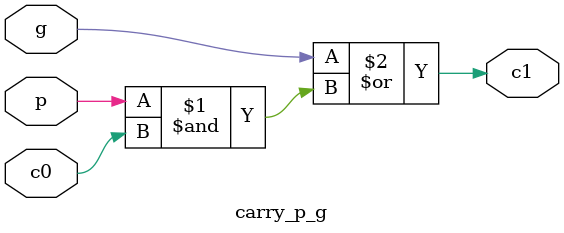
<source format=v>
`timescale 1ns / 1ps


module carry_p_g(
input p,g,c0,
output c1
    );
     assign c1=g|(p&c0);
endmodule

</source>
